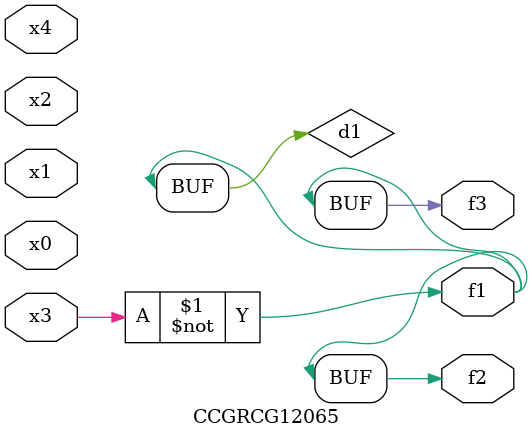
<source format=v>
module CCGRCG12065(
	input x0, x1, x2, x3, x4,
	output f1, f2, f3
);

	wire d1, d2;

	xnor (d1, x3);
	not (d2, x1);
	assign f1 = d1;
	assign f2 = d1;
	assign f3 = d1;
endmodule

</source>
